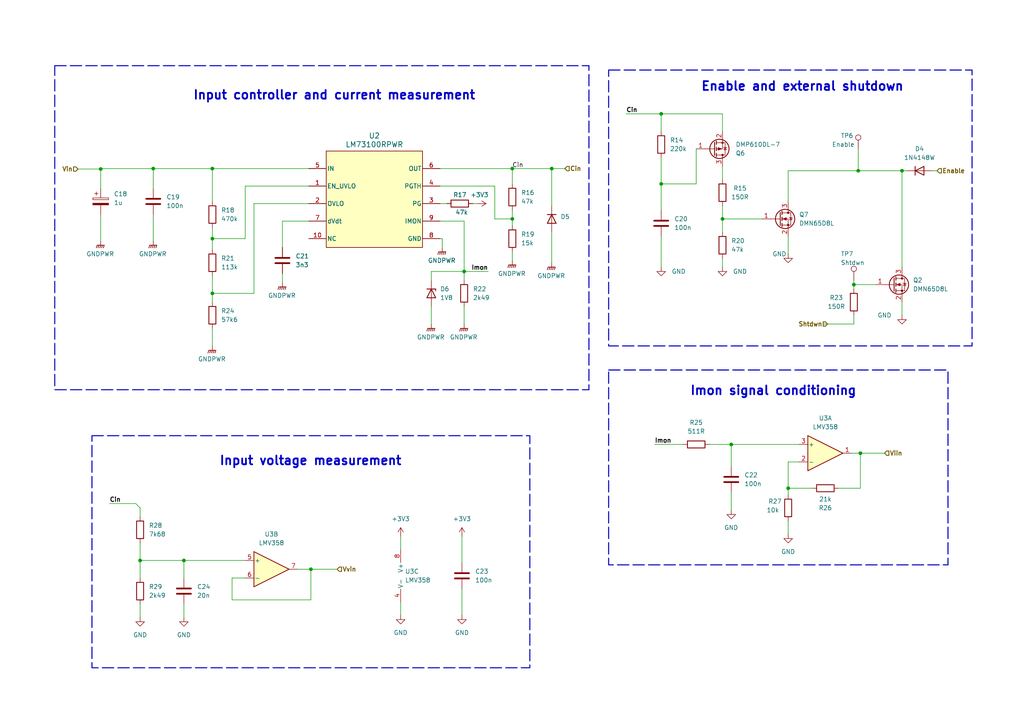
<source format=kicad_sch>
(kicad_sch (version 20230121) (generator eeschema)
  (paper "A4")
  (lib_symbols
    (symbol "Amplifier_Operational:LMV358" (pin_names (offset 0.127))
      (property "Reference" "U" (at 0 5.08 0))
      (property "Value" "LMV358" (at 0 -5.08 0))
      (symbol "LMV358_1_1"
        (polyline (pts (xy -5.08 5.08) (xy 5.08 0) (xy -5.08 -5.08) (xy -5.08 5.08)) (stroke (width 0.254)) (fill (type background)))
        (pin output line (at 7.62 0 180) (length 2.54) (name "~") (number "1"))
        (pin input line (at -7.62 -2.54 0) (length 2.54) (name "-") (number "2"))
        (pin input line (at -7.62 2.54 0) (length 2.54) (name "+") (number "3"))
      )
      (symbol "LMV358_2_1"
        (polyline (pts (xy -5.08 5.08) (xy 5.08 0) (xy -5.08 -5.08) (xy -5.08 5.08)) (stroke (width 0.254)) (fill (type background)))
        (pin input line (at -7.62 2.54 0) (length 2.54) (name "+") (number "5"))
        (pin input line (at -7.62 -2.54 0) (length 2.54) (name "-") (number "6"))
        (pin output line (at 7.62 0 180) (length 2.54) (name "~") (number "7"))
      )
      (symbol "LMV358_3_1"
        (pin power_in line (at -2.54 -7.62 90) (length 3.81) (name "V-") (number "4"))
        (pin power_in line (at -2.54 7.62 270) (length 3.81) (name "V+") (number "8"))
      )
    )
    (symbol "Connector:TestPoint" (pin_numbers hide) (pin_names (offset 0.762) hide)
      (property "Reference" "TP" (at 0 6.858 0))
      (property "Value" "TestPoint" (at 0 5.08 0))
      (symbol "TestPoint_0_1"
        (circle (center 0 3.302) (radius 0.762))
      )
      (symbol "TestPoint_1_1"
        (pin passive line (at 0 0 90) (length 2.54) (name "1") (number "1"))
      )
    )
    (symbol "Device:C" (pin_numbers hide) (pin_names (offset 0.254))
      (property "Reference" "C" (at 0.635 2.54 0))
      (property "Value" "C" (at 0.635 -2.54 0))
      (symbol "C_0_1"
        (polyline (pts (xy -2.032 -0.762) (xy 2.032 -0.762)) (stroke (width 0.508)))
        (polyline (pts (xy -2.032 0.762) (xy 2.032 0.762)) (stroke (width 0.508)))
      )
      (symbol "C_1_1"
        (pin passive line (at 0 3.81 270) (length 2.794) (name "~") (number "1"))
        (pin passive line (at 0 -3.81 90) (length 2.794) (name "~") (number "2"))
      )
    )
    (symbol "Device:C_Polarized" (pin_numbers hide) (pin_names (offset 0.254))
      (property "Reference" "C" (at 0.635 2.54 0))
      (property "Value" "C_Polarized" (at 0.635 -2.54 0))
      (symbol "C_Polarized_0_1"
        (rectangle (start -2.286 0.508) (end 2.286 1.016))
        (polyline (pts (xy -1.778 2.286) (xy -0.762 2.286)))
        (polyline (pts (xy -1.27 2.794) (xy -1.27 1.778)))
        (rectangle (start 2.286 -0.508) (end -2.286 -1.016) (fill (type outline)))
      )
      (symbol "C_Polarized_1_1"
        (pin passive line (at 0 3.81 270) (length 2.794) (name "~") (number "1"))
        (pin passive line (at 0 -3.81 90) (length 2.794) (name "~") (number "2"))
      )
    )
    (symbol "Device:D" (pin_numbers hide) (pin_names (offset 1.016) hide)
      (property "Reference" "D" (at 0 2.54 0))
      (property "Value" "D" (at 0 -2.54 0))
      (symbol "D_0_1"
        (polyline (pts (xy -1.27 1.27) (xy -1.27 -1.27)) (stroke (width 0.254)))
        (polyline (pts (xy 1.27 0) (xy -1.27 0)))
        (polyline (pts (xy 1.27 1.27) (xy 1.27 -1.27) (xy -1.27 0) (xy 1.27 1.27)) (stroke (width 0.254)))
      )
      (symbol "D_1_1"
        (pin passive line (at -3.81 0 0) (length 2.54) (name "K") (number "1"))
        (pin passive line (at 3.81 0 180) (length 2.54) (name "A") (number "2"))
      )
    )
    (symbol "Device:D_Zener" (pin_numbers hide) (pin_names (offset 1.016) hide)
      (property "Reference" "D" (at 0 2.54 0))
      (property "Value" "D_Zener" (at 0 -2.54 0))
      (symbol "D_Zener_0_1"
        (polyline (pts (xy 1.27 0) (xy -1.27 0)))
        (polyline (pts (xy -1.27 -1.27) (xy -1.27 1.27) (xy -0.762 1.27)) (stroke (width 0.254)))
        (polyline (pts (xy 1.27 -1.27) (xy 1.27 1.27) (xy -1.27 0) (xy 1.27 -1.27)) (stroke (width 0.254)))
      )
      (symbol "D_Zener_1_1"
        (pin passive line (at -3.81 0 0) (length 2.54) (name "K") (number "1"))
        (pin passive line (at 3.81 0 180) (length 2.54) (name "A") (number "2"))
      )
    )
    (symbol "Device:Q_NMOS_GSD" (pin_names (offset 0) hide)
      (property "Reference" "Q" (at 5.08 1.27 0))
      (property "Value" "Q_NMOS_GSD" (at 5.08 -1.27 0))
      (symbol "Q_NMOS_GSD_0_1"
        (polyline (pts (xy 0.254 0) (xy -2.54 0)))
        (polyline (pts (xy 0.254 1.905) (xy 0.254 -1.905)) (stroke (width 0.254)))
        (polyline (pts (xy 0.762 -1.27) (xy 0.762 -2.286)) (stroke (width 0.254)))
        (polyline (pts (xy 0.762 0.508) (xy 0.762 -0.508)) (stroke (width 0.254)))
        (polyline (pts (xy 0.762 2.286) (xy 0.762 1.27)) (stroke (width 0.254)))
        (polyline (pts (xy 2.54 2.54) (xy 2.54 1.778)))
        (polyline (pts (xy 2.54 -2.54) (xy 2.54 0) (xy 0.762 0)))
        (polyline (pts (xy 0.762 -1.778) (xy 3.302 -1.778) (xy 3.302 1.778) (xy 0.762 1.778)))
        (polyline (pts (xy 1.016 0) (xy 2.032 0.381) (xy 2.032 -0.381) (xy 1.016 0)) (fill (type outline)))
        (polyline (pts (xy 2.794 0.508) (xy 2.921 0.381) (xy 3.683 0.381) (xy 3.81 0.254)))
        (polyline (pts (xy 3.302 0.381) (xy 2.921 -0.254) (xy 3.683 -0.254) (xy 3.302 0.381)))
        (circle (center 1.651 0) (radius 2.794) (stroke (width 0.254)))
        (circle (center 2.54 -1.778) (radius 0.254) (fill (type outline)))
        (circle (center 2.54 1.778) (radius 0.254) (fill (type outline)))
      )
      (symbol "Q_NMOS_GSD_1_1"
        (pin input line (at -5.08 0 0) (length 2.54) (name "G") (number "1"))
        (pin passive line (at 2.54 -5.08 90) (length 2.54) (name "S") (number "2"))
        (pin passive line (at 2.54 5.08 270) (length 2.54) (name "D") (number "3"))
      )
    )
    (symbol "Device:Q_PMOS_GSD" (pin_names (offset 0) hide)
      (property "Reference" "Q" (at 5.08 1.27 0))
      (property "Value" "Q_PMOS_GSD" (at 5.08 -1.27 0))
      (symbol "Q_PMOS_GSD_0_1"
        (polyline (pts (xy 0.254 0) (xy -2.54 0)))
        (polyline (pts (xy 0.254 1.905) (xy 0.254 -1.905)) (stroke (width 0.254)))
        (polyline (pts (xy 0.762 -1.27) (xy 0.762 -2.286)) (stroke (width 0.254)))
        (polyline (pts (xy 0.762 0.508) (xy 0.762 -0.508)) (stroke (width 0.254)))
        (polyline (pts (xy 0.762 2.286) (xy 0.762 1.27)) (stroke (width 0.254)))
        (polyline (pts (xy 2.54 2.54) (xy 2.54 1.778)))
        (polyline (pts (xy 2.54 -2.54) (xy 2.54 0) (xy 0.762 0)))
        (polyline (pts (xy 0.762 1.778) (xy 3.302 1.778) (xy 3.302 -1.778) (xy 0.762 -1.778)))
        (polyline (pts (xy 2.286 0) (xy 1.27 0.381) (xy 1.27 -0.381) (xy 2.286 0)) (fill (type outline)))
        (polyline (pts (xy 2.794 -0.508) (xy 2.921 -0.381) (xy 3.683 -0.381) (xy 3.81 -0.254)))
        (polyline (pts (xy 3.302 -0.381) (xy 2.921 0.254) (xy 3.683 0.254) (xy 3.302 -0.381)))
        (circle (center 1.651 0) (radius 2.794) (stroke (width 0.254)))
        (circle (center 2.54 -1.778) (radius 0.254) (fill (type outline)))
        (circle (center 2.54 1.778) (radius 0.254) (fill (type outline)))
      )
      (symbol "Q_PMOS_GSD_1_1"
        (pin input line (at -5.08 0 0) (length 2.54) (name "G") (number "1"))
        (pin passive line (at 2.54 -5.08 90) (length 2.54) (name "S") (number "2"))
        (pin passive line (at 2.54 5.08 270) (length 2.54) (name "D") (number "3"))
      )
    )
    (symbol "Device:R" (pin_numbers hide) (pin_names (offset 0))
      (property "Reference" "R" (at 2.032 0 90))
      (property "Value" "R" (at 0 0 90))
      (symbol "R_0_1"
        (rectangle (start -1.016 -2.54) (end 1.016 2.54) (stroke (width 0.254)))
      )
      (symbol "R_1_1"
        (pin passive line (at 0 3.81 270) (length 1.27) (name "~") (number "1"))
        (pin passive line (at 0 -3.81 90) (length 1.27) (name "~") (number "2"))
      )
    )
    (symbol "Nixie_PSU:LM73100RPWR" (pin_names (offset 0.254))
      (property "Reference" "U" (at -11.43 13.97 0))
      (property "Value" "LM73100RPWR" (at 0 13.97 0))
      (symbol "LM73100RPWR_0_1"
        (pin input line (at -18.415 1.905 0) (length 5.08) (name "EN_UVLO") (number "1"))
        (pin unspecified line (at -18.415 -13.335 0) (length 5.08) (name "NC") (number "10"))
        (pin input line (at -18.415 -3.175 0) (length 5.08) (name "OVLO") (number "2"))
        (pin output line (at 19.685 -3.175 180) (length 5.08) (name "PG") (number "3"))
        (pin input line (at 19.685 1.905 180) (length 5.08) (name "PGTH") (number "4"))
        (pin power_in line (at -18.415 6.985 0) (length 5.08) (name "IN") (number "5"))
        (pin power_in line (at 19.685 6.985 180) (length 5.08) (name "OUT") (number "6"))
        (pin output line (at -18.415 -8.255 0) (length 5.08) (name "dVdt") (number "7"))
        (pin power_in line (at 19.685 -13.335 180) (length 5.08) (name "GND") (number "8"))
        (pin output line (at 19.685 -8.255 180) (length 5.08) (name "IMON") (number "9"))
      )
      (symbol "LM73100RPWR_1_1"
        (rectangle (start -13.335 12.065) (end 14.605 -15.875) (stroke (width 0.2032)) (fill (type background)))
      )
    )
    (symbol "power:+3V3" (power) (pin_names (offset 0))
      (property "Value" "+3V3" (at 0 3.556 0))
      (symbol "+3V3_0_1"
        (polyline (pts (xy -0.762 1.27) (xy 0 2.54)))
        (polyline (pts (xy 0 0) (xy 0 2.54)))
        (polyline (pts (xy 0 2.54) (xy 0.762 1.27)))
      )
      (symbol "+3V3_1_1"
        (pin power_in line (at 0 0 90) (length 0) hide (name "+3V3") (number "1"))
      )
    )
    (symbol "power:GND" (power) (pin_names (offset 0))
      (property "Value" "GND" (at 0 -3.81 0))
      (symbol "GND_0_1"
        (polyline (pts (xy 0 0) (xy 0 -1.27) (xy 1.27 -1.27) (xy 0 -2.54) (xy -1.27 -1.27) (xy 0 -1.27)))
      )
      (symbol "GND_1_1"
        (pin power_in line (at 0 0 270) (length 0) hide (name "GND") (number "1"))
      )
    )
    (symbol "power:GNDPWR" (power) (pin_names (offset 0))
      (property "Value" "GNDPWR" (at 0 -3.302 0))
      (symbol "GNDPWR_0_1"
        (polyline (pts (xy 0 -1.27) (xy 0 0)))
        (polyline (pts (xy -1.016 -1.27) (xy -1.27 -2.032) (xy -1.27 -2.032)) (stroke (width 0.2032)))
        (polyline (pts (xy -0.508 -1.27) (xy -0.762 -2.032) (xy -0.762 -2.032)) (stroke (width 0.2032)))
        (polyline (pts (xy 0 -1.27) (xy -0.254 -2.032) (xy -0.254 -2.032)) (stroke (width 0.2032)))
        (polyline (pts (xy 0.508 -1.27) (xy 0.254 -2.032) (xy 0.254 -2.032)) (stroke (width 0.2032)))
        (polyline (pts (xy 1.016 -1.27) (xy -1.016 -1.27) (xy -1.016 -1.27)) (stroke (width 0.2032)))
        (polyline (pts (xy 1.016 -1.27) (xy 0.762 -2.032) (xy 0.762 -2.032) (xy 0.762 -2.032)) (stroke (width 0.2032)))
      )
      (symbol "GNDPWR_1_1"
        (pin power_in line (at 0 0 270) (length 0) hide (name "GNDPWR") (number "1"))
      )
    )
  )
  (junction (at 248.92 49.53))
  (junction (at 148.59 48.895))
  (junction (at 40.64 162.56))
  (junction (at 209.55 63.5))
  (junction (at 160.02 48.895))
  (junction (at 228.6 141.605))
  (junction (at 148.59 63.5))
  (junction (at 247.65 82.55))
  (junction (at 212.09 128.905))
  (junction (at 61.595 85.09))
  (junction (at 29.21 49.022))
  (junction (at 44.45 48.895))
  (junction (at 191.77 53.34))
  (junction (at 134.62 78.74))
  (junction (at 249.555 131.445))
  (junction (at 61.595 69.215))
  (junction (at 191.77 33.02))
  (junction (at 90.17 165.1))
  (junction (at 53.34 162.56))
  (junction (at 261.62 49.53))
  (junction (at 61.595 48.895))
  (wire (pts (xy 201.93 43.18) (xy 201.93 53.34)))
  (wire (pts (xy 31.75 146.05) (xy 39.37 146.05)))
  (wire (pts (xy 212.09 128.905) (xy 212.09 135.255)))
  (wire (pts (xy 262.89 49.53) (xy 261.62 49.53)))
  (wire (pts (xy 228.6 133.985) (xy 228.6 141.605)))
  (wire (pts (xy 270.51 49.53) (xy 271.78 49.53)))
  (wire (pts (xy 61.595 80.01) (xy 61.595 85.09)))
  (wire (pts (xy 228.6 141.605) (xy 235.585 141.605)))
  (wire (pts (xy 143.51 63.5) (xy 148.59 63.5)))
  (wire (pts (xy 143.51 53.975) (xy 127.635 53.975)))
  (wire (pts (xy 134.62 88.9) (xy 134.62 93.98)))
  (wire (pts (xy 40.64 147.32) (xy 39.37 146.05)))
  (wire (pts (xy 228.6 58.42) (xy 228.6 49.53)))
  (wire (pts (xy 61.595 48.895) (xy 61.595 58.42)))
  (wire (pts (xy 116.205 174.625) (xy 116.205 178.435)))
  (wire (pts (xy 191.77 53.34) (xy 191.77 60.96)))
  (wire (pts (xy 125.095 78.74) (xy 134.62 78.74)))
  (wire (pts (xy 249.555 131.445) (xy 249.555 141.605)))
  (wire (pts (xy 209.55 63.5) (xy 209.55 67.31)))
  (wire (pts (xy 148.59 48.895) (xy 160.02 48.895)))
  (wire (pts (xy 61.595 95.25) (xy 61.595 100.33)))
  (wire (pts (xy 209.55 63.5) (xy 220.98 63.5)))
  (wire (pts (xy 127.635 48.895) (xy 148.59 48.895)))
  (wire (pts (xy 209.55 59.69) (xy 209.55 63.5)))
  (wire (pts (xy 247.65 81.28) (xy 247.65 82.55)))
  (wire (pts (xy 228.6 68.58) (xy 228.6 73.66)))
  (wire (pts (xy 212.09 142.875) (xy 212.09 147.955)))
  (wire (pts (xy 73.66 59.055) (xy 73.66 85.09)))
  (wire (pts (xy 248.92 49.53) (xy 261.62 49.53)))
  (wire (pts (xy 125.095 81.28) (xy 125.095 78.74)))
  (wire (pts (xy 261.62 87.63) (xy 261.62 91.44)))
  (wire (pts (xy 29.21 54.61) (xy 29.21 49.022)))
  (wire (pts (xy 228.6 141.605) (xy 228.6 143.51)))
  (wire (pts (xy 127.635 64.135) (xy 134.62 64.135)))
  (wire (pts (xy 261.62 49.53) (xy 261.62 77.47)))
  (wire (pts (xy 81.915 64.135) (xy 81.915 71.755)))
  (wire (pts (xy 61.595 85.09) (xy 61.595 87.63)))
  (wire (pts (xy 127.635 59.055) (xy 129.54 59.055)))
  (wire (pts (xy 40.64 162.56) (xy 53.34 162.56)))
  (wire (pts (xy 44.45 48.895) (xy 44.45 54.61)))
  (wire (pts (xy 133.985 170.815) (xy 133.985 178.435)))
  (wire (pts (xy 44.45 48.895) (xy 61.595 48.895)))
  (wire (pts (xy 205.74 128.905) (xy 212.09 128.905)))
  (wire (pts (xy 247.015 131.445) (xy 249.555 131.445)))
  (wire (pts (xy 134.62 78.74) (xy 141.605 78.74)))
  (wire (pts (xy 40.64 149.86) (xy 40.64 147.32)))
  (wire (pts (xy 212.09 128.905) (xy 231.775 128.905)))
  (wire (pts (xy 61.595 48.895) (xy 89.535 48.895)))
  (wire (pts (xy 71.12 69.215) (xy 61.595 69.215)))
  (wire (pts (xy 127.635 69.215) (xy 128.27 69.215)))
  (wire (pts (xy 160.02 59.69) (xy 160.02 48.895)))
  (wire (pts (xy 148.59 73.025) (xy 148.59 75.565)))
  (wire (pts (xy 247.65 82.55) (xy 247.65 83.82)))
  (wire (pts (xy 209.55 74.93) (xy 209.55 77.47)))
  (wire (pts (xy 191.77 68.58) (xy 191.77 77.47)))
  (wire (pts (xy 73.66 85.09) (xy 61.595 85.09)))
  (wire (pts (xy 22.606 49.022) (xy 29.21 49.022)))
  (wire (pts (xy 143.51 53.975) (xy 143.51 63.5)))
  (wire (pts (xy 228.6 49.53) (xy 248.92 49.53)))
  (wire (pts (xy 247.65 91.44) (xy 247.65 93.98)))
  (wire (pts (xy 191.77 45.72) (xy 191.77 53.34)))
  (wire (pts (xy 181.61 33.02) (xy 191.77 33.02)))
  (wire (pts (xy 125.095 88.9) (xy 125.095 93.98)))
  (wire (pts (xy 133.985 155.575) (xy 133.985 163.195)))
  (wire (pts (xy 191.77 33.02) (xy 191.77 38.1)))
  (wire (pts (xy 228.6 151.13) (xy 228.6 154.94)))
  (wire (pts (xy 209.55 38.1) (xy 209.55 33.02)))
  (wire (pts (xy 53.34 162.56) (xy 53.34 167.64)))
  (wire (pts (xy 40.64 162.56) (xy 40.64 167.64)))
  (wire (pts (xy 67.31 167.64) (xy 71.12 167.64)))
  (wire (pts (xy 128.27 69.215) (xy 128.27 71.755)))
  (wire (pts (xy 134.62 78.74) (xy 134.62 81.28)))
  (wire (pts (xy 53.34 175.26) (xy 53.34 179.07)))
  (wire (pts (xy 40.64 175.26) (xy 40.64 179.07)))
  (wire (pts (xy 29.21 48.895) (xy 44.45 48.895)))
  (wire (pts (xy 71.12 53.975) (xy 71.12 69.215)))
  (wire (pts (xy 134.62 64.135) (xy 134.62 78.74)))
  (wire (pts (xy 90.17 165.1) (xy 90.17 173.99)))
  (wire (pts (xy 148.59 60.96) (xy 148.59 63.5)))
  (wire (pts (xy 249.555 131.445) (xy 256.54 131.445)))
  (wire (pts (xy 148.59 53.34) (xy 148.59 48.895)))
  (wire (pts (xy 191.77 33.02) (xy 209.55 33.02)))
  (wire (pts (xy 189.865 128.905) (xy 198.12 128.905)))
  (wire (pts (xy 247.65 82.55) (xy 254 82.55)))
  (wire (pts (xy 86.36 165.1) (xy 90.17 165.1)))
  (wire (pts (xy 29.21 49.022) (xy 29.21 48.895)))
  (wire (pts (xy 29.21 62.23) (xy 29.21 69.85)))
  (wire (pts (xy 40.64 157.48) (xy 40.64 162.56)))
  (wire (pts (xy 53.34 162.56) (xy 71.12 162.56)))
  (wire (pts (xy 61.595 69.215) (xy 61.595 72.39)))
  (wire (pts (xy 89.535 59.055) (xy 73.66 59.055)))
  (wire (pts (xy 89.535 53.975) (xy 71.12 53.975)))
  (wire (pts (xy 201.93 53.34) (xy 191.77 53.34)))
  (wire (pts (xy 61.595 66.04) (xy 61.595 69.215)))
  (wire (pts (xy 89.535 64.135) (xy 81.915 64.135)))
  (wire (pts (xy 67.31 167.64) (xy 67.31 173.99)))
  (wire (pts (xy 247.65 93.98) (xy 238.76 93.98)))
  (wire (pts (xy 160.02 67.31) (xy 160.02 76.2)))
  (wire (pts (xy 160.02 48.895) (xy 163.83 48.895)))
  (wire (pts (xy 81.915 79.375) (xy 81.915 81.915)))
  (wire (pts (xy 248.92 43.18) (xy 248.92 49.53)))
  (wire (pts (xy 44.45 62.23) (xy 44.45 69.85)))
  (wire (pts (xy 148.59 63.5) (xy 148.59 65.405)))
  (wire (pts (xy 231.775 133.985) (xy 228.6 133.985)))
  (wire (pts (xy 243.205 141.605) (xy 249.555 141.605)))
  (wire (pts (xy 90.17 165.1) (xy 97.79 165.1)))
  (wire (pts (xy 67.31 173.99) (xy 90.17 173.99)))
  (wire (pts (xy 116.205 155.575) (xy 116.205 159.385)))
  (wire (pts (xy 209.55 48.26) (xy 209.55 52.07)))
  (wire (pts (xy 138.43 59.055) (xy 137.16 59.055)))
  (rectangle (start 26.67 126.365) (end 153.67 193.675) (stroke (width 0.3) (type dash)))
  (rectangle (start 176.53 20.32) (end 281.94 100.33) (stroke (width 0.3) (type dash)))
  (rectangle (start 176.53 107.315) (end 274.955 163.83) (stroke (width 0.3) (type dash)))
  (rectangle (start 15.875 19.05) (end 170.815 113.03) (stroke (width 0.3) (type dash)))
  (text "Enable and external shutdown" (at 203.2 26.67 0) (effects (font (size 2.54 2.54) bold) (justify left bottom)))
  (text "Input controller and current measurement" (at 55.88 29.21 0) (effects (font (size 2.54 2.54) (thickness 0.508) bold) (justify left bottom)))
  (text "Input voltage measurement" (at 63.5 135.255 0) (effects (font (size 2.54 2.54) (thickness 0.508) bold) (justify left bottom)))
  (text "Imon signal conditioning" (at 200.025 114.935 0) (effects (font (size 2.54 2.54) (thickness 0.508) bold) (justify left bottom)))
  (label "Cin" (at 181.61 33.02 0) (effects (font (thickness 0.254) bold)))
  (label "Imon" (at 189.865 128.905 0) (effects (font (thickness 0.254) bold)))
  (label "Imon" (at 141.605 78.74 180) (effects (font (thickness 0.254) bold)))
  (label "Cin" (at 31.75 146.05 0) (effects (font (thickness 0.254) bold)))
  (label "Cin" (at 148.59 48.895 0))
  (hierarchical_label "Vvin" (shape input) (at 97.79 165.1 0) (effects (font (thickness 0.254) bold)))
  (hierarchical_label "Shtdwn" (shape input) (at 240.03 93.98 180) (effects (font (thickness 0.254) bold)))
  (hierarchical_label "Vin" (shape input) (at 22.606 49.022 180) (effects (font (thickness 0.254) bold)))
  (hierarchical_label "Viin" (shape input) (at 256.54 131.445 0) (effects (font (thickness 0.254) bold)))
  (hierarchical_label "Enable" (shape input) (at 271.78 49.53 0) (effects (font (thickness 0.254) bold)))
  (hierarchical_label "Cin" (shape input) (at 163.83 48.895 0) (effects (font (thickness 0.254) bold)))
  (symbol (lib_id "power:GNDPWR") (at 61.595 100.33 0) (unit 1)
    (property "Reference" "#PWR043" (effects hide))
    (property "Value" "GNDPWR" (at 61.468 104.14 0))
  )
  (symbol (lib_id "power:GNDPWR") (at 81.915 81.915 0) (unit 1)
    (property "Reference" "#PWR039" (effects hide))
    (property "Value" "GNDPWR" (at 81.788 85.725 0))
  )
  (symbol (lib_id "Device:R") (at 148.59 57.15 0) (unit 1)
    (property "Reference" "R16" (at 151.13 55.88 0) (effects (justify left)))
    (property "Value" "47k" (at 151.13 58.42 0) (effects (justify left)))
    (property "Footprint" "Resistor_SMD:R_0805_2012Metric_Pad1.20x1.40mm_HandSolder" (effects hide))
    (property "MPN" "ERJ-P06F4702V" (effects hide))
    (property "Voltage" "400 V" (effects hide))
  )
  (symbol (lib_id "Device:R") (at 134.62 85.09 0) (unit 1)
    (property "Reference" "R22" (at 137.16 83.82 0) (effects (justify left)))
    (property "Value" "2k49" (at 137.16 86.36 0) (effects (justify left)))
    (property "Footprint" "Resistor_SMD:R_0805_2012Metric_Pad1.20x1.40mm_HandSolder" (effects hide))
    (property "MPN" "CRCW08052K49FKEB" (effects hide))
    (property "Voltage" "150 V" (effects hide))
  )
  (symbol (lib_id "power:GNDPWR") (at 148.59 75.565 0) (unit 1)
    (property "Reference" "#PWR035" (effects hide))
    (property "Value" "GNDPWR" (at 148.463 79.375 0))
  )
  (symbol (lib_id "Device:R") (at 209.55 71.12 0) (unit 1)
    (property "Reference" "R20" (at 212.09 69.85 0) (effects (justify left)))
    (property "Value" "47k" (at 212.09 72.39 0) (effects (justify left)))
    (property "Footprint" "Resistor_SMD:R_0805_2012Metric_Pad1.20x1.40mm_HandSolder" (effects hide))
    (property "MPN" "ERJ-P06F4702V" (effects hide))
    (property "Voltage" "400 V" (effects hide))
  )
  (symbol (lib_id "Device:C") (at 81.915 75.565 0) (unit 1)
    (property "Reference" "C21" (at 85.725 74.295 0) (effects (justify left)))
    (property "Value" "3n3" (at 85.725 76.835 0) (effects (justify left)))
    (property "Footprint" "Capacitor_SMD:C_0805_2012Metric_Pad1.18x1.45mm_HandSolder" (effects hide))
    (property "MPN" "GRM2165C1H332JA01J" (effects hide))
    (property "Voltage" "50 V" (effects hide))
  )
  (symbol (lib_id "power:GND") (at 191.77 77.47 0) (unit 1)
    (property "Reference" "#PWR037" (effects hide))
    (property "Value" "GND" (at 196.85 78.74 0))
  )
  (symbol (lib_id "Device:R") (at 209.55 55.88 180) (unit 1)
    (property "Reference" "R15" (at 214.63 54.61 0))
    (property "Value" "150R" (at 214.63 57.15 0))
    (property "Footprint" "Resistor_SMD:R_0805_2012Metric_Pad1.20x1.40mm_HandSolder" (effects hide))
    (property "MPN" "ERJ-HP6D1500V" (effects hide))
    (property "Voltage" "400 V" (effects hide))
  )
  (symbol (lib_id "Connector:TestPoint") (at 248.92 43.18 0) (unit 1)
    (property "Reference" "TP6" (at 243.84 39.37 0) (effects (justify left)))
    (property "Value" "Enable" (at 241.3 41.91 0) (effects (justify left)))
    (property "Footprint" "nixie_psu_lib:5003" (effects hide))
    (property "MPN" "534-5003" (effects hide))
    (property "Voltage" "N/A" (effects hide))
  )
  (symbol (lib_id "Device:Q_PMOS_GSD") (at 207.01 43.18 0) (mirror x) (unit 1)
    (property "Reference" "Q6" (at 213.36 44.45 0) (effects (justify left)))
    (property "Value" "DMP610DL-7" (at 213.36 41.91 0) (effects (justify left)))
    (property "Footprint" "Package_TO_SOT_SMD:SOT-23-3" (effects hide))
    (property "MPN" "DMP610DL-7" (effects hide))
    (property "Voltage" "60 V" (effects hide))
  )
  (symbol (lib_id "Device:R") (at 61.595 62.23 0) (unit 1)
    (property "Reference" "R18" (at 64.135 60.96 0) (effects (justify left)))
    (property "Value" "470k" (at 64.135 63.5 0) (effects (justify left)))
    (property "Footprint" "Resistor_SMD:R_0805_2012Metric_Pad1.20x1.40mm_HandSolder" (effects hide))
    (property "MPN" "CRCW0805470KFKEA" (effects hide))
    (property "Voltage" "150 V" (effects hide))
  )
  (symbol (lib_id "Device:D") (at 160.02 63.5 270) (unit 1)
    (property "Reference" "D5" (at 162.56 62.865 90) (effects (justify left)))
    (property "Value" "RR1LAM4STR" (effects hide))
    (property "Footprint" "Diode_SMD:D_SOD-128" (effects hide))
    (property "MPN" "RR1LAM4STR" (effects hide))
    (property "Voltage" "500 V" (effects hide))
  )
  (symbol (lib_id "power:+3V3") (at 116.205 155.575 0) (unit 1)
    (property "Reference" "#PWR046" (effects hide))
    (property "Value" "+3V3" (at 116.205 150.495 0))
  )
  (symbol (lib_id "Device:C") (at 133.985 167.005 180) (unit 1)
    (property "Reference" "C23" (at 137.795 165.735 0) (effects (justify right)))
    (property "Value" "100n" (at 137.795 168.275 0) (effects (justify right)))
    (property "Footprint" "Capacitor_SMD:C_0805_2012Metric_Pad1.18x1.45mm_HandSolder" (effects hide))
    (property "MPN" "CL21B104KCFNNNE" (effects hide))
    (property "Voltage" "100 V" (effects hide))
  )
  (symbol (lib_id "Device:D") (at 266.7 49.53 0) (unit 1)
    (property "Reference" "D4" (at 266.7 43.18 0))
    (property "Value" "1N4148W" (at 266.7 45.72 0))
    (property "Footprint" "Diode_SMD:D_SOD-123" (effects hide))
    (property "MPN" "1N4148W-7-F" (effects hide))
    (property "Voltage" "100 V" (effects hide))
  )
  (symbol (lib_id "Device:D_Zener") (at 125.095 85.09 270) (unit 1)
    (property "Reference" "D6" (at 127.635 83.82 90) (effects (justify left)))
    (property "Value" "1V8" (at 127.635 86.36 90) (effects (justify left)))
    (property "Footprint" "Diode_SMD:D_SOD-123" (effects hide))
    (property "MPN" "SZMMSZ4678T1G" (effects hide))
    (property "Voltage" "1V8" (effects hide))
  )
  (symbol (lib_id "power:GND") (at 133.985 178.435 0) (unit 1)
    (property "Reference" "#PWR049" (effects hide))
    (property "Value" "GND" (at 133.985 183.515 0))
  )
  (symbol (lib_id "Device:C") (at 44.45 58.42 0) (unit 1)
    (property "Reference" "C19" (at 48.26 57.15 0) (effects (justify left)))
    (property "Value" "100n" (at 48.26 59.69 0) (effects (justify left)))
    (property "Footprint" "Capacitor_SMD:C_0805_2012Metric_Pad1.18x1.45mm_HandSolder" (effects hide))
    (property "MPN" "CL21B104KCFNNNE" (effects hide))
    (property "Voltage" "100 V" (effects hide))
  )
  (symbol (lib_id "Nixie_PSU:LM73100RPWR") (at 107.95 55.88 0) (unit 1)
    (property "Reference" "U2" (at 108.585 39.37 0) (effects (font (size 1.524 1.524))))
    (property "Value" "LM73100RPWR" (at 108.585 41.91 0) (effects (font (size 1.524 1.524))))
    (property "Footprint" "nixie_psu_lib:RPW0010A-MFG" (effects hide))
    (property "Datasheet" "LM73100RPWR" (effects hide))
    (property "MPN" "LM73100RPWR" (effects hide))
    (property "Voltage" "23 V" (effects hide))
  )
  (symbol (lib_id "power:GND") (at 53.34 179.07 0) (unit 1)
    (property "Reference" "#PWR051" (effects hide))
    (property "Value" "GND" (at 53.34 184.15 0))
  )
  (symbol (lib_id "power:+3V3") (at 138.43 59.055 270) (unit 1)
    (property "Reference" "#PWR030" (effects hide))
    (property "Value" "+3V3" (at 139.065 56.515 90))
  )
  (symbol (lib_id "Device:R") (at 228.6 147.32 180) (unit 1)
    (property "Reference" "R27" (at 224.79 145.415 0))
    (property "Value" "10k" (at 224.155 147.955 0))
    (property "Footprint" "Resistor_SMD:R_0805_2012Metric_Pad1.20x1.40mm_HandSolder" (effects hide))
    (property "MPN" "ERJ-P06F1002V" (effects hide))
    (property "Voltage" "400 V" (effects hide))
  )
  (symbol (lib_id "power:GND") (at 209.55 77.47 0) (unit 1)
    (property "Reference" "#PWR038" (effects hide))
    (property "Value" "GND" (at 214.63 78.74 0))
  )
  (symbol (lib_id "Amplifier_Operational:LMV358") (at 239.395 131.445 0) (unit 1)
    (property "Reference" "U3" (at 239.395 121.285 0))
    (property "Value" "LMV358" (at 239.395 123.825 0))
    (property "Footprint" "Package_SO:VSSOP-8_3.0x3.0mm_P0.65mm" (effects hide))
    (property "Datasheet" "http://www.ti.com/lit/ds/symlink/lmv324.pdf" (effects hide))
    (property "MPN" "LMV358IDGKR" (effects hide))
    (property "Voltage" "5.5 V" (effects hide))
  )
  (symbol (lib_id "Device:R") (at 191.77 41.91 0) (unit 1)
    (property "Reference" "R14" (at 194.31 40.64 0) (effects (justify left)))
    (property "Value" "220k" (at 194.31 43.18 0) (effects (justify left)))
    (property "Footprint" "Resistor_SMD:R_0805_2012Metric_Pad1.20x1.40mm_HandSolder" (effects hide))
    (property "MPN" "CRGCQ0805F220K" (effects hide))
    (property "Voltage" "150 V" (effects hide))
  )
  (symbol (lib_id "Device:Q_NMOS_GSD") (at 226.06 63.5 0) (unit 1)
    (property "Reference" "Q7" (at 231.775 62.23 0) (effects (justify left)))
    (property "Value" "DMN65D8L" (at 231.775 64.77 0) (effects (justify left)))
    (property "Footprint" "Package_TO_SOT_SMD:SOT-23-3" (effects hide))
    (property "MPN" "DMN65D8LQ-13" (effects hide))
    (property "Voltage" "60 V" (effects hide))
  )
  (symbol (lib_id "Device:R") (at 148.59 69.215 0) (unit 1)
    (property "Reference" "R19" (at 151.13 67.945 0) (effects (justify left)))
    (property "Value" "15k" (at 151.13 70.485 0) (effects (justify left)))
    (property "Footprint" "Resistor_SMD:R_0805_2012Metric_Pad1.20x1.40mm_HandSolder" (effects hide))
    (property "MPN" "CRCW080515K0FKEB" (effects hide))
    (property "Voltage" "150 V" (effects hide))
  )
  (symbol (lib_id "Device:R") (at 201.93 128.905 90) (unit 1)
    (property "Reference" "R25" (at 201.93 122.555 90))
    (property "Value" "511R" (at 201.93 125.095 90))
    (property "Footprint" "Resistor_SMD:R_0805_2012Metric_Pad1.20x1.40mm_HandSolder" (effects hide))
    (property "MPN" "RC0805FR-07511RL" (effects hide))
    (property "Voltage" "150 V" (effects hide))
  )
  (symbol (lib_id "Device:R") (at 61.595 91.44 0) (unit 1)
    (property "Reference" "R24" (at 64.135 90.17 0) (effects (justify left)))
    (property "Value" "57k6" (at 64.135 92.71 0) (effects (justify left)))
    (property "Footprint" "Resistor_SMD:R_0805_2012Metric_Pad1.20x1.40mm_HandSolder" (effects hide))
    (property "MPN" "AC0805FR-0757K6L" (effects hide))
    (property "Voltage" "150 V" (effects hide))
  )
  (symbol (lib_id "power:GND") (at 40.64 179.07 0) (unit 1)
    (property "Reference" "#PWR050" (effects hide))
    (property "Value" "GND" (at 40.64 184.15 0))
  )
  (symbol (lib_id "Device:R") (at 239.395 141.605 90) (unit 1)
    (property "Reference" "R26" (at 239.395 147.32 90))
    (property "Value" "21k" (at 239.395 144.78 90))
    (property "Footprint" "Resistor_SMD:R_0805_2012Metric_Pad1.20x1.40mm_HandSolder" (effects hide))
    (property "MPN" "CR0805-FX-2102ELF" (effects hide))
    (property "Voltage" "150 V" (effects hide))
  )
  (symbol (lib_id "Device:R") (at 133.35 59.055 270) (unit 1)
    (property "Reference" "R17" (at 131.445 56.515 90) (effects (justify left)))
    (property "Value" "47k" (at 132.08 61.595 90) (effects (justify left)))
    (property "Footprint" "Resistor_SMD:R_0805_2012Metric_Pad1.20x1.40mm_HandSolder" (effects hide))
    (property "MPN" "ERJ-P06F4702V" (effects hide))
    (property "Voltage" "400 V" (effects hide))
  )
  (symbol (lib_id "Device:C") (at 212.09 139.065 0) (unit 1)
    (property "Reference" "C22" (at 215.9 137.795 0) (effects (justify left)))
    (property "Value" "100n" (at 215.9 140.335 0) (effects (justify left)))
    (property "Footprint" "Capacitor_SMD:C_0805_2012Metric_Pad1.18x1.45mm_HandSolder" (effects hide))
    (property "MPN" "CL21B104KCFNNNE" (effects hide))
    (property "Voltage" "100 V" (effects hide))
  )
  (symbol (lib_id "power:GNDPWR") (at 128.27 71.755 0) (unit 1)
    (property "Reference" "#PWR033" (effects hide))
    (property "Value" "GNDPWR" (at 128.143 75.565 0))
  )
  (symbol (lib_id "power:GNDPWR") (at 160.02 76.2 0) (unit 1)
    (property "Reference" "#PWR036" (effects hide))
    (property "Value" "GNDPWR" (at 159.893 80.01 0))
  )
  (symbol (lib_id "Device:C") (at 191.77 64.77 0) (unit 1)
    (property "Reference" "C20" (at 195.58 63.5 0) (effects (justify left)))
    (property "Value" "100n" (at 195.58 66.04 0) (effects (justify left)))
    (property "Footprint" "Capacitor_SMD:C_0805_2012Metric_Pad1.18x1.45mm_HandSolder" (effects hide))
    (property "MPN" "CL21B104KCFNNNE" (effects hide))
    (property "Voltage" "100 V" (effects hide))
  )
  (symbol (lib_id "Device:R") (at 40.64 171.45 180) (unit 1)
    (property "Reference" "R29" (at 43.18 170.18 0) (effects (justify right)))
    (property "Value" "2k49" (at 43.18 172.72 0) (effects (justify right)))
    (property "Footprint" "Resistor_SMD:R_0805_2012Metric_Pad1.20x1.40mm_HandSolder" (effects hide))
    (property "MPN" "CRCW08052K49FKEB" (effects hide))
    (property "Voltage" "150 V" (effects hide))
  )
  (symbol (lib_id "power:GND") (at 261.62 91.44 0) (unit 1)
    (property "Reference" "#PWR040" (effects hide))
    (property "Value" "GND" (at 256.54 91.44 0))
  )
  (symbol (lib_id "Device:R") (at 61.595 76.2 0) (unit 1)
    (property "Reference" "R21" (at 64.135 74.93 0) (effects (justify left)))
    (property "Value" "113k" (at 64.135 77.47 0) (effects (justify left)))
    (property "Footprint" "Resistor_SMD:R_0805_2012Metric_Pad1.20x1.40mm_HandSolder" (effects hide))
    (property "MPN" "CRCW0805113KFKEA" (effects hide))
    (property "Voltage" "150 V" (effects hide))
  )
  (symbol (lib_id "Device:C_Polarized") (at 29.21 58.42 0) (unit 1)
    (property "Reference" "C18" (at 33.02 56.261 0) (effects (justify left)))
    (property "Value" "1u" (at 33.02 58.801 0) (effects (justify left)))
    (property "Footprint" "Capacitor_SMD:CP_Elec_4x5.7" (effects hide))
    (property "MPN" "865060640001" (effects hide))
    (property "Voltage" "50 V" (effects hide))
  )
  (symbol (lib_id "power:+3V3") (at 133.985 155.575 0) (unit 1)
    (property "Reference" "#PWR047" (effects hide))
    (property "Value" "+3V3" (at 133.985 150.495 0))
  )
  (symbol (lib_id "power:GND") (at 212.09 147.955 0) (unit 1)
    (property "Reference" "#PWR044" (effects hide))
    (property "Value" "GND" (at 212.09 153.035 0))
  )
  (symbol (lib_id "Connector:TestPoint") (at 247.65 81.28 0) (unit 1)
    (property "Reference" "TP7" (at 243.84 73.66 0) (effects (justify left)))
    (property "Value" "Shtdwn" (at 243.84 76.2 0) (effects (justify left)))
    (property "Footprint" "nixie_psu_lib:5003" (effects hide))
    (property "MPN" "534-5003" (effects hide))
    (property "Voltage" "N/A" (effects hide))
  )
  (symbol (lib_id "power:GNDPWR") (at 125.095 93.98 0) (unit 1)
    (property "Reference" "#PWR041" (effects hide))
    (property "Value" "GNDPWR" (at 124.968 97.79 0))
  )
  (symbol (lib_id "Device:R") (at 247.65 87.63 0) (unit 1)
    (property "Reference" "R23" (at 242.57 86.36 0))
    (property "Value" "150R" (at 242.57 88.9 0))
    (property "Footprint" "Resistor_SMD:R_0805_2012Metric_Pad1.20x1.40mm_HandSolder" (effects hide))
    (property "MPN" "ERJ-HP6D1500V" (effects hide))
    (property "Voltage" "400 V" (effects hide))
  )
  (symbol (lib_id "power:GNDPWR") (at 44.45 69.85 0) (unit 1)
    (property "Reference" "#PWR032" (effects hide))
    (property "Value" "GNDPWR" (at 44.323 73.66 0))
  )
  (symbol (lib_id "Device:R") (at 40.64 153.67 180) (unit 1)
    (property "Reference" "R28" (at 43.18 152.4 0) (effects (justify right)))
    (property "Value" "7k68" (at 43.18 154.94 0) (effects (justify right)))
    (property "Footprint" "Resistor_SMD:R_0805_2012Metric_Pad1.20x1.40mm_HandSolder" (effects hide))
    (property "MPN" "CRCW08057K68FKEA" (effects hide))
    (property "Voltage" "150 V" (effects hide))
  )
  (symbol (lib_id "Amplifier_Operational:LMV358") (at 78.74 165.1 0) (unit 2)
    (property "Reference" "U3" (at 78.74 154.94 0))
    (property "Value" "LMV358" (at 78.74 157.48 0))
    (property "Footprint" "Package_SO:VSSOP-8_3.0x3.0mm_P0.65mm" (effects hide))
    (property "Datasheet" "http://www.ti.com/lit/ds/symlink/lmv324.pdf" (effects hide))
    (property "MPN" "LMV358IDGKR" (effects hide))
    (property "Voltage" "5.5 V" (effects hide))
  )
  (symbol (lib_id "power:GNDPWR") (at 134.62 93.98 0) (unit 1)
    (property "Reference" "#PWR042" (effects hide))
    (property "Value" "GNDPWR" (at 134.493 97.79 0))
  )
  (symbol (lib_id "Device:Q_NMOS_GSD") (at 259.08 82.55 0) (unit 1)
    (property "Reference" "Q2" (at 264.795 81.28 0) (effects (justify left)))
    (property "Value" "DMN65D8L" (at 264.795 83.82 0) (effects (justify left)))
    (property "Footprint" "Package_TO_SOT_SMD:SOT-23-3" (effects hide))
    (property "MPN" "DMN65D8LQ-13" (effects hide))
    (property "Voltage" "60 V" (effects hide))
  )
  (symbol (lib_id "Device:C") (at 53.34 171.45 0) (unit 1)
    (property "Reference" "C24" (at 57.15 170.18 0) (effects (justify left)))
    (property "Value" "20n" (at 57.15 172.72 0) (effects (justify left)))
    (property "Footprint" "Capacitor_SMD:C_0805_2012Metric_Pad1.18x1.45mm_HandSolder" (effects hide))
    (property "MPN" "08051C203KAT2A" (effects hide))
    (property "Voltage" "100 V" (effects hide))
  )
  (symbol (lib_id "Amplifier_Operational:LMV358") (at 118.745 167.005 0) (unit 3)
    (property "Reference" "U3" (at 117.475 165.735 0) (effects (justify left)))
    (property "Value" "LMV358" (at 117.475 168.275 0) (effects (justify left)))
    (property "Footprint" "Package_SO:VSSOP-8_3.0x3.0mm_P0.65mm" (effects hide))
    (property "Datasheet" "http://www.ti.com/lit/ds/symlink/lmv324.pdf" (effects hide))
    (property "MPN" "LMV358IDGKR" (effects hide))
    (property "Voltage" "5.5 V" (effects hide))
  )
  (symbol (lib_id "power:GND") (at 116.205 178.435 0) (unit 1)
    (property "Reference" "#PWR048" (effects hide))
    (property "Value" "GND" (at 116.205 183.515 0))
  )
  (symbol (lib_id "power:GND") (at 228.6 154.94 0) (unit 1)
    (property "Reference" "#PWR045" (effects hide))
    (property "Value" "GND" (at 228.6 160.02 0))
  )
  (symbol (lib_id "power:GNDPWR") (at 29.21 69.85 0) (unit 1)
    (property "Reference" "#PWR031" (effects hide))
    (property "Value" "GNDPWR" (at 29.083 73.66 0))
  )
  (symbol (lib_id "power:GND") (at 228.6 73.66 0) (unit 1)
    (property "Reference" "#PWR034" (effects hide))
    (property "Value" "GND" (at 226.06 73.66 0))
  )
)
</source>
